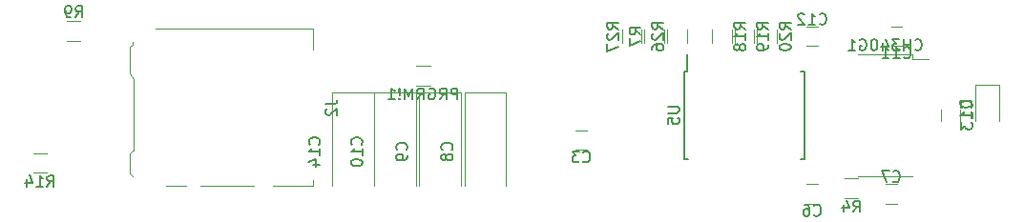
<source format=gbr>
G04 #@! TF.FileFunction,Legend,Bot*
%FSLAX46Y46*%
G04 Gerber Fmt 4.6, Leading zero omitted, Abs format (unit mm)*
G04 Created by KiCad (PCBNEW 4.0.7) date 01/21/18 20:58:22*
%MOMM*%
%LPD*%
G01*
G04 APERTURE LIST*
%ADD10C,0.100000*%
%ADD11C,0.120000*%
%ADD12C,0.150000*%
G04 APERTURE END LIST*
D10*
D11*
X150000000Y-47100000D02*
X149000000Y-47100000D01*
X149000000Y-45400000D02*
X150000000Y-45400000D01*
X170500000Y-51850000D02*
X169500000Y-51850000D01*
X169500000Y-50150000D02*
X170500000Y-50150000D01*
X176500000Y-50150000D02*
X177500000Y-50150000D01*
X177500000Y-51850000D02*
X176500000Y-51850000D01*
X139150000Y-41950000D02*
X139150000Y-50250000D01*
X142850000Y-41950000D02*
X142850000Y-50250000D01*
X139150000Y-41950000D02*
X142850000Y-41950000D01*
X135150000Y-41950000D02*
X135150000Y-50250000D01*
X138850000Y-41950000D02*
X138850000Y-50250000D01*
X135150000Y-41950000D02*
X138850000Y-41950000D01*
X131150000Y-41950000D02*
X131150000Y-50250000D01*
X134850000Y-41950000D02*
X134850000Y-50250000D01*
X131150000Y-41950000D02*
X134850000Y-41950000D01*
X178000000Y-37850000D02*
X177000000Y-37850000D01*
X177000000Y-36150000D02*
X178000000Y-36150000D01*
X169500000Y-36150000D02*
X170500000Y-36150000D01*
X170500000Y-37850000D02*
X169500000Y-37850000D01*
X183100000Y-43500000D02*
X183100000Y-44500000D01*
X181400000Y-44500000D02*
X181400000Y-43500000D01*
X127400000Y-41950000D02*
X127400000Y-50250000D01*
X131100000Y-41950000D02*
X131100000Y-50250000D01*
X127400000Y-41950000D02*
X131100000Y-41950000D01*
X178900000Y-38600000D02*
X178900000Y-39000000D01*
X178900000Y-39000000D02*
X180300000Y-39000000D01*
X178900000Y-38600000D02*
X174100000Y-38600000D01*
X178900000Y-49400000D02*
X174100000Y-49400000D01*
X184440000Y-41300000D02*
X186560000Y-41300000D01*
X184440000Y-44500000D02*
X184440000Y-41300000D01*
X186560000Y-41300000D02*
X186560000Y-44500000D01*
X109490000Y-40270000D02*
X109840000Y-40780000D01*
X109690000Y-37760000D02*
X109690000Y-37500000D01*
X109490000Y-37960000D02*
X109690000Y-37760000D01*
X109490000Y-47360000D02*
X109690000Y-47150000D01*
X109840000Y-47150000D02*
X109690000Y-47150000D01*
X109840000Y-47150000D02*
X109840000Y-40780000D01*
X114450000Y-50250000D02*
X112650000Y-50250000D01*
X120450000Y-50250000D02*
X115750000Y-50250000D01*
X109490000Y-49220000D02*
X109690000Y-49420000D01*
X109490000Y-49220000D02*
X109490000Y-47360000D01*
X109490000Y-37960000D02*
X109490000Y-40270000D01*
X125760000Y-50250000D02*
X122150000Y-50250000D01*
X125760000Y-49800000D02*
X125760000Y-50250000D01*
X125760000Y-36280000D02*
X111750000Y-36280000D01*
X125760000Y-38200000D02*
X125760000Y-36280000D01*
X136100000Y-39620000D02*
X134900000Y-39620000D01*
X134900000Y-41380000D02*
X136100000Y-41380000D01*
X174100000Y-49620000D02*
X172900000Y-49620000D01*
X172900000Y-51380000D02*
X174100000Y-51380000D01*
X156880000Y-37600000D02*
X156880000Y-36400000D01*
X155120000Y-36400000D02*
X155120000Y-37600000D01*
X103900000Y-37380000D02*
X105100000Y-37380000D01*
X105100000Y-35620000D02*
X103900000Y-35620000D01*
X102100000Y-47370000D02*
X100900000Y-47370000D01*
X100900000Y-49130000D02*
X102100000Y-49130000D01*
X161118660Y-36400180D02*
X161118660Y-37600180D01*
X162878660Y-37600180D02*
X162878660Y-36400180D01*
X163117640Y-36400180D02*
X163117640Y-37600180D01*
X164877640Y-37600180D02*
X164877640Y-36400180D01*
X165120000Y-36400000D02*
X165120000Y-37600000D01*
X166880000Y-37600000D02*
X166880000Y-36400000D01*
X158880000Y-37600000D02*
X158880000Y-36400000D01*
X157120000Y-36400000D02*
X157120000Y-37600000D01*
X154880000Y-37600000D02*
X154880000Y-36400000D01*
X153120000Y-36400000D02*
X153120000Y-37600000D01*
D12*
X158675000Y-40125000D02*
X158950000Y-40125000D01*
X158675000Y-47875000D02*
X159030000Y-47875000D01*
X169325000Y-47875000D02*
X168970000Y-47875000D01*
X169325000Y-40125000D02*
X168970000Y-40125000D01*
X158675000Y-40125000D02*
X158675000Y-47875000D01*
X169325000Y-40125000D02*
X169325000Y-47875000D01*
X158950000Y-40125000D02*
X158950000Y-38600000D01*
X149666666Y-48107143D02*
X149714285Y-48154762D01*
X149857142Y-48202381D01*
X149952380Y-48202381D01*
X150095238Y-48154762D01*
X150190476Y-48059524D01*
X150238095Y-47964286D01*
X150285714Y-47773810D01*
X150285714Y-47630952D01*
X150238095Y-47440476D01*
X150190476Y-47345238D01*
X150095238Y-47250000D01*
X149952380Y-47202381D01*
X149857142Y-47202381D01*
X149714285Y-47250000D01*
X149666666Y-47297619D01*
X149333333Y-47202381D02*
X148714285Y-47202381D01*
X149047619Y-47583333D01*
X148904761Y-47583333D01*
X148809523Y-47630952D01*
X148761904Y-47678571D01*
X148714285Y-47773810D01*
X148714285Y-48011905D01*
X148761904Y-48107143D01*
X148809523Y-48154762D01*
X148904761Y-48202381D01*
X149190476Y-48202381D01*
X149285714Y-48154762D01*
X149333333Y-48107143D01*
X170166666Y-52857143D02*
X170214285Y-52904762D01*
X170357142Y-52952381D01*
X170452380Y-52952381D01*
X170595238Y-52904762D01*
X170690476Y-52809524D01*
X170738095Y-52714286D01*
X170785714Y-52523810D01*
X170785714Y-52380952D01*
X170738095Y-52190476D01*
X170690476Y-52095238D01*
X170595238Y-52000000D01*
X170452380Y-51952381D01*
X170357142Y-51952381D01*
X170214285Y-52000000D01*
X170166666Y-52047619D01*
X169309523Y-51952381D02*
X169500000Y-51952381D01*
X169595238Y-52000000D01*
X169642857Y-52047619D01*
X169738095Y-52190476D01*
X169785714Y-52380952D01*
X169785714Y-52761905D01*
X169738095Y-52857143D01*
X169690476Y-52904762D01*
X169595238Y-52952381D01*
X169404761Y-52952381D01*
X169309523Y-52904762D01*
X169261904Y-52857143D01*
X169214285Y-52761905D01*
X169214285Y-52523810D01*
X169261904Y-52428571D01*
X169309523Y-52380952D01*
X169404761Y-52333333D01*
X169595238Y-52333333D01*
X169690476Y-52380952D01*
X169738095Y-52428571D01*
X169785714Y-52523810D01*
X177166666Y-49857143D02*
X177214285Y-49904762D01*
X177357142Y-49952381D01*
X177452380Y-49952381D01*
X177595238Y-49904762D01*
X177690476Y-49809524D01*
X177738095Y-49714286D01*
X177785714Y-49523810D01*
X177785714Y-49380952D01*
X177738095Y-49190476D01*
X177690476Y-49095238D01*
X177595238Y-49000000D01*
X177452380Y-48952381D01*
X177357142Y-48952381D01*
X177214285Y-49000000D01*
X177166666Y-49047619D01*
X176833333Y-48952381D02*
X176166666Y-48952381D01*
X176595238Y-49952381D01*
X138007143Y-47083334D02*
X138054762Y-47035715D01*
X138102381Y-46892858D01*
X138102381Y-46797620D01*
X138054762Y-46654762D01*
X137959524Y-46559524D01*
X137864286Y-46511905D01*
X137673810Y-46464286D01*
X137530952Y-46464286D01*
X137340476Y-46511905D01*
X137245238Y-46559524D01*
X137150000Y-46654762D01*
X137102381Y-46797620D01*
X137102381Y-46892858D01*
X137150000Y-47035715D01*
X137197619Y-47083334D01*
X137530952Y-47654762D02*
X137483333Y-47559524D01*
X137435714Y-47511905D01*
X137340476Y-47464286D01*
X137292857Y-47464286D01*
X137197619Y-47511905D01*
X137150000Y-47559524D01*
X137102381Y-47654762D01*
X137102381Y-47845239D01*
X137150000Y-47940477D01*
X137197619Y-47988096D01*
X137292857Y-48035715D01*
X137340476Y-48035715D01*
X137435714Y-47988096D01*
X137483333Y-47940477D01*
X137530952Y-47845239D01*
X137530952Y-47654762D01*
X137578571Y-47559524D01*
X137626190Y-47511905D01*
X137721429Y-47464286D01*
X137911905Y-47464286D01*
X138007143Y-47511905D01*
X138054762Y-47559524D01*
X138102381Y-47654762D01*
X138102381Y-47845239D01*
X138054762Y-47940477D01*
X138007143Y-47988096D01*
X137911905Y-48035715D01*
X137721429Y-48035715D01*
X137626190Y-47988096D01*
X137578571Y-47940477D01*
X137530952Y-47845239D01*
X134007143Y-47083334D02*
X134054762Y-47035715D01*
X134102381Y-46892858D01*
X134102381Y-46797620D01*
X134054762Y-46654762D01*
X133959524Y-46559524D01*
X133864286Y-46511905D01*
X133673810Y-46464286D01*
X133530952Y-46464286D01*
X133340476Y-46511905D01*
X133245238Y-46559524D01*
X133150000Y-46654762D01*
X133102381Y-46797620D01*
X133102381Y-46892858D01*
X133150000Y-47035715D01*
X133197619Y-47083334D01*
X134102381Y-47559524D02*
X134102381Y-47750000D01*
X134054762Y-47845239D01*
X134007143Y-47892858D01*
X133864286Y-47988096D01*
X133673810Y-48035715D01*
X133292857Y-48035715D01*
X133197619Y-47988096D01*
X133150000Y-47940477D01*
X133102381Y-47845239D01*
X133102381Y-47654762D01*
X133150000Y-47559524D01*
X133197619Y-47511905D01*
X133292857Y-47464286D01*
X133530952Y-47464286D01*
X133626190Y-47511905D01*
X133673810Y-47559524D01*
X133721429Y-47654762D01*
X133721429Y-47845239D01*
X133673810Y-47940477D01*
X133626190Y-47988096D01*
X133530952Y-48035715D01*
X130007143Y-46607143D02*
X130054762Y-46559524D01*
X130102381Y-46416667D01*
X130102381Y-46321429D01*
X130054762Y-46178571D01*
X129959524Y-46083333D01*
X129864286Y-46035714D01*
X129673810Y-45988095D01*
X129530952Y-45988095D01*
X129340476Y-46035714D01*
X129245238Y-46083333D01*
X129150000Y-46178571D01*
X129102381Y-46321429D01*
X129102381Y-46416667D01*
X129150000Y-46559524D01*
X129197619Y-46607143D01*
X130102381Y-47559524D02*
X130102381Y-46988095D01*
X130102381Y-47273809D02*
X129102381Y-47273809D01*
X129245238Y-47178571D01*
X129340476Y-47083333D01*
X129388095Y-46988095D01*
X129102381Y-48178571D02*
X129102381Y-48273810D01*
X129150000Y-48369048D01*
X129197619Y-48416667D01*
X129292857Y-48464286D01*
X129483333Y-48511905D01*
X129721429Y-48511905D01*
X129911905Y-48464286D01*
X130007143Y-48416667D01*
X130054762Y-48369048D01*
X130102381Y-48273810D01*
X130102381Y-48178571D01*
X130054762Y-48083333D01*
X130007143Y-48035714D01*
X129911905Y-47988095D01*
X129721429Y-47940476D01*
X129483333Y-47940476D01*
X129292857Y-47988095D01*
X129197619Y-48035714D01*
X129150000Y-48083333D01*
X129102381Y-48178571D01*
X178142857Y-38857143D02*
X178190476Y-38904762D01*
X178333333Y-38952381D01*
X178428571Y-38952381D01*
X178571429Y-38904762D01*
X178666667Y-38809524D01*
X178714286Y-38714286D01*
X178761905Y-38523810D01*
X178761905Y-38380952D01*
X178714286Y-38190476D01*
X178666667Y-38095238D01*
X178571429Y-38000000D01*
X178428571Y-37952381D01*
X178333333Y-37952381D01*
X178190476Y-38000000D01*
X178142857Y-38047619D01*
X177190476Y-38952381D02*
X177761905Y-38952381D01*
X177476191Y-38952381D02*
X177476191Y-37952381D01*
X177571429Y-38095238D01*
X177666667Y-38190476D01*
X177761905Y-38238095D01*
X176238095Y-38952381D02*
X176809524Y-38952381D01*
X176523810Y-38952381D02*
X176523810Y-37952381D01*
X176619048Y-38095238D01*
X176714286Y-38190476D01*
X176809524Y-38238095D01*
X170642857Y-35857143D02*
X170690476Y-35904762D01*
X170833333Y-35952381D01*
X170928571Y-35952381D01*
X171071429Y-35904762D01*
X171166667Y-35809524D01*
X171214286Y-35714286D01*
X171261905Y-35523810D01*
X171261905Y-35380952D01*
X171214286Y-35190476D01*
X171166667Y-35095238D01*
X171071429Y-35000000D01*
X170928571Y-34952381D01*
X170833333Y-34952381D01*
X170690476Y-35000000D01*
X170642857Y-35047619D01*
X169690476Y-35952381D02*
X170261905Y-35952381D01*
X169976191Y-35952381D02*
X169976191Y-34952381D01*
X170071429Y-35095238D01*
X170166667Y-35190476D01*
X170261905Y-35238095D01*
X169309524Y-35047619D02*
X169261905Y-35000000D01*
X169166667Y-34952381D01*
X168928571Y-34952381D01*
X168833333Y-35000000D01*
X168785714Y-35047619D01*
X168738095Y-35142857D01*
X168738095Y-35238095D01*
X168785714Y-35380952D01*
X169357143Y-35952381D01*
X168738095Y-35952381D01*
X184107143Y-43357143D02*
X184154762Y-43309524D01*
X184202381Y-43166667D01*
X184202381Y-43071429D01*
X184154762Y-42928571D01*
X184059524Y-42833333D01*
X183964286Y-42785714D01*
X183773810Y-42738095D01*
X183630952Y-42738095D01*
X183440476Y-42785714D01*
X183345238Y-42833333D01*
X183250000Y-42928571D01*
X183202381Y-43071429D01*
X183202381Y-43166667D01*
X183250000Y-43309524D01*
X183297619Y-43357143D01*
X184202381Y-44309524D02*
X184202381Y-43738095D01*
X184202381Y-44023809D02*
X183202381Y-44023809D01*
X183345238Y-43928571D01*
X183440476Y-43833333D01*
X183488095Y-43738095D01*
X183202381Y-44642857D02*
X183202381Y-45261905D01*
X183583333Y-44928571D01*
X183583333Y-45071429D01*
X183630952Y-45166667D01*
X183678571Y-45214286D01*
X183773810Y-45261905D01*
X184011905Y-45261905D01*
X184107143Y-45214286D01*
X184154762Y-45166667D01*
X184202381Y-45071429D01*
X184202381Y-44785714D01*
X184154762Y-44690476D01*
X184107143Y-44642857D01*
X126257143Y-46607143D02*
X126304762Y-46559524D01*
X126352381Y-46416667D01*
X126352381Y-46321429D01*
X126304762Y-46178571D01*
X126209524Y-46083333D01*
X126114286Y-46035714D01*
X125923810Y-45988095D01*
X125780952Y-45988095D01*
X125590476Y-46035714D01*
X125495238Y-46083333D01*
X125400000Y-46178571D01*
X125352381Y-46321429D01*
X125352381Y-46416667D01*
X125400000Y-46559524D01*
X125447619Y-46607143D01*
X126352381Y-47559524D02*
X126352381Y-46988095D01*
X126352381Y-47273809D02*
X125352381Y-47273809D01*
X125495238Y-47178571D01*
X125590476Y-47083333D01*
X125638095Y-46988095D01*
X125685714Y-48416667D02*
X126352381Y-48416667D01*
X125304762Y-48178571D02*
X126019048Y-47940476D01*
X126019048Y-48559524D01*
X179119047Y-38157143D02*
X179166666Y-38204762D01*
X179309523Y-38252381D01*
X179404761Y-38252381D01*
X179547619Y-38204762D01*
X179642857Y-38109524D01*
X179690476Y-38014286D01*
X179738095Y-37823810D01*
X179738095Y-37680952D01*
X179690476Y-37490476D01*
X179642857Y-37395238D01*
X179547619Y-37300000D01*
X179404761Y-37252381D01*
X179309523Y-37252381D01*
X179166666Y-37300000D01*
X179119047Y-37347619D01*
X178690476Y-38252381D02*
X178690476Y-37252381D01*
X178690476Y-37728571D02*
X178119047Y-37728571D01*
X178119047Y-38252381D02*
X178119047Y-37252381D01*
X177738095Y-37252381D02*
X177119047Y-37252381D01*
X177452381Y-37633333D01*
X177309523Y-37633333D01*
X177214285Y-37680952D01*
X177166666Y-37728571D01*
X177119047Y-37823810D01*
X177119047Y-38061905D01*
X177166666Y-38157143D01*
X177214285Y-38204762D01*
X177309523Y-38252381D01*
X177595238Y-38252381D01*
X177690476Y-38204762D01*
X177738095Y-38157143D01*
X176261904Y-37585714D02*
X176261904Y-38252381D01*
X176500000Y-37204762D02*
X176738095Y-37919048D01*
X176119047Y-37919048D01*
X175547619Y-37252381D02*
X175452380Y-37252381D01*
X175357142Y-37300000D01*
X175309523Y-37347619D01*
X175261904Y-37442857D01*
X175214285Y-37633333D01*
X175214285Y-37871429D01*
X175261904Y-38061905D01*
X175309523Y-38157143D01*
X175357142Y-38204762D01*
X175452380Y-38252381D01*
X175547619Y-38252381D01*
X175642857Y-38204762D01*
X175690476Y-38157143D01*
X175738095Y-38061905D01*
X175785714Y-37871429D01*
X175785714Y-37633333D01*
X175738095Y-37442857D01*
X175690476Y-37347619D01*
X175642857Y-37300000D01*
X175547619Y-37252381D01*
X174261904Y-37300000D02*
X174357142Y-37252381D01*
X174499999Y-37252381D01*
X174642857Y-37300000D01*
X174738095Y-37395238D01*
X174785714Y-37490476D01*
X174833333Y-37680952D01*
X174833333Y-37823810D01*
X174785714Y-38014286D01*
X174738095Y-38109524D01*
X174642857Y-38204762D01*
X174499999Y-38252381D01*
X174404761Y-38252381D01*
X174261904Y-38204762D01*
X174214285Y-38157143D01*
X174214285Y-37823810D01*
X174404761Y-37823810D01*
X173261904Y-38252381D02*
X173833333Y-38252381D01*
X173547619Y-38252381D02*
X173547619Y-37252381D01*
X173642857Y-37395238D01*
X173738095Y-37490476D01*
X173833333Y-37538095D01*
X184152381Y-42761905D02*
X183152381Y-42761905D01*
X183152381Y-43000000D01*
X183200000Y-43142858D01*
X183295238Y-43238096D01*
X183390476Y-43285715D01*
X183580952Y-43333334D01*
X183723810Y-43333334D01*
X183914286Y-43285715D01*
X184009524Y-43238096D01*
X184104762Y-43142858D01*
X184152381Y-43000000D01*
X184152381Y-42761905D01*
X184152381Y-44285715D02*
X184152381Y-43714286D01*
X184152381Y-44000000D02*
X183152381Y-44000000D01*
X183295238Y-43904762D01*
X183390476Y-43809524D01*
X183438095Y-43714286D01*
X126852381Y-43016667D02*
X127566667Y-43016667D01*
X127709524Y-42969047D01*
X127804762Y-42873809D01*
X127852381Y-42730952D01*
X127852381Y-42635714D01*
X126947619Y-43445238D02*
X126900000Y-43492857D01*
X126852381Y-43588095D01*
X126852381Y-43826191D01*
X126900000Y-43921429D01*
X126947619Y-43969048D01*
X127042857Y-44016667D01*
X127138095Y-44016667D01*
X127280952Y-43969048D01*
X127852381Y-43397619D01*
X127852381Y-44016667D01*
X138547619Y-42602381D02*
X138547619Y-41602381D01*
X138166666Y-41602381D01*
X138071428Y-41650000D01*
X138023809Y-41697619D01*
X137976190Y-41792857D01*
X137976190Y-41935714D01*
X138023809Y-42030952D01*
X138071428Y-42078571D01*
X138166666Y-42126190D01*
X138547619Y-42126190D01*
X136976190Y-42602381D02*
X137309524Y-42126190D01*
X137547619Y-42602381D02*
X137547619Y-41602381D01*
X137166666Y-41602381D01*
X137071428Y-41650000D01*
X137023809Y-41697619D01*
X136976190Y-41792857D01*
X136976190Y-41935714D01*
X137023809Y-42030952D01*
X137071428Y-42078571D01*
X137166666Y-42126190D01*
X137547619Y-42126190D01*
X136023809Y-41650000D02*
X136119047Y-41602381D01*
X136261904Y-41602381D01*
X136404762Y-41650000D01*
X136500000Y-41745238D01*
X136547619Y-41840476D01*
X136595238Y-42030952D01*
X136595238Y-42173810D01*
X136547619Y-42364286D01*
X136500000Y-42459524D01*
X136404762Y-42554762D01*
X136261904Y-42602381D01*
X136166666Y-42602381D01*
X136023809Y-42554762D01*
X135976190Y-42507143D01*
X135976190Y-42173810D01*
X136166666Y-42173810D01*
X134976190Y-42602381D02*
X135309524Y-42126190D01*
X135547619Y-42602381D02*
X135547619Y-41602381D01*
X135166666Y-41602381D01*
X135071428Y-41650000D01*
X135023809Y-41697619D01*
X134976190Y-41792857D01*
X134976190Y-41935714D01*
X135023809Y-42030952D01*
X135071428Y-42078571D01*
X135166666Y-42126190D01*
X135547619Y-42126190D01*
X134547619Y-42602381D02*
X134547619Y-41602381D01*
X134214285Y-42316667D01*
X133880952Y-41602381D01*
X133880952Y-42602381D01*
X133404762Y-42507143D02*
X133357143Y-42554762D01*
X133404762Y-42602381D01*
X133452381Y-42554762D01*
X133404762Y-42507143D01*
X133404762Y-42602381D01*
X133404762Y-42221429D02*
X133452381Y-41650000D01*
X133404762Y-41602381D01*
X133357143Y-41650000D01*
X133404762Y-42221429D01*
X133404762Y-41602381D01*
X132404762Y-42602381D02*
X132976191Y-42602381D01*
X132690477Y-42602381D02*
X132690477Y-41602381D01*
X132785715Y-41745238D01*
X132880953Y-41840476D01*
X132976191Y-41888095D01*
X173666666Y-52602381D02*
X174000000Y-52126190D01*
X174238095Y-52602381D02*
X174238095Y-51602381D01*
X173857142Y-51602381D01*
X173761904Y-51650000D01*
X173714285Y-51697619D01*
X173666666Y-51792857D01*
X173666666Y-51935714D01*
X173714285Y-52030952D01*
X173761904Y-52078571D01*
X173857142Y-52126190D01*
X174238095Y-52126190D01*
X172809523Y-51935714D02*
X172809523Y-52602381D01*
X173047619Y-51554762D02*
X173285714Y-52269048D01*
X172666666Y-52269048D01*
X154802381Y-36833334D02*
X154326190Y-36500000D01*
X154802381Y-36261905D02*
X153802381Y-36261905D01*
X153802381Y-36642858D01*
X153850000Y-36738096D01*
X153897619Y-36785715D01*
X153992857Y-36833334D01*
X154135714Y-36833334D01*
X154230952Y-36785715D01*
X154278571Y-36738096D01*
X154326190Y-36642858D01*
X154326190Y-36261905D01*
X153802381Y-37166667D02*
X153802381Y-37833334D01*
X154802381Y-37404762D01*
X104666666Y-35302381D02*
X105000000Y-34826190D01*
X105238095Y-35302381D02*
X105238095Y-34302381D01*
X104857142Y-34302381D01*
X104761904Y-34350000D01*
X104714285Y-34397619D01*
X104666666Y-34492857D01*
X104666666Y-34635714D01*
X104714285Y-34730952D01*
X104761904Y-34778571D01*
X104857142Y-34826190D01*
X105238095Y-34826190D01*
X104190476Y-35302381D02*
X104000000Y-35302381D01*
X103904761Y-35254762D01*
X103857142Y-35207143D01*
X103761904Y-35064286D01*
X103714285Y-34873810D01*
X103714285Y-34492857D01*
X103761904Y-34397619D01*
X103809523Y-34350000D01*
X103904761Y-34302381D01*
X104095238Y-34302381D01*
X104190476Y-34350000D01*
X104238095Y-34397619D01*
X104285714Y-34492857D01*
X104285714Y-34730952D01*
X104238095Y-34826190D01*
X104190476Y-34873810D01*
X104095238Y-34921429D01*
X103904761Y-34921429D01*
X103809523Y-34873810D01*
X103761904Y-34826190D01*
X103714285Y-34730952D01*
X102142857Y-50352381D02*
X102476191Y-49876190D01*
X102714286Y-50352381D02*
X102714286Y-49352381D01*
X102333333Y-49352381D01*
X102238095Y-49400000D01*
X102190476Y-49447619D01*
X102142857Y-49542857D01*
X102142857Y-49685714D01*
X102190476Y-49780952D01*
X102238095Y-49828571D01*
X102333333Y-49876190D01*
X102714286Y-49876190D01*
X101190476Y-50352381D02*
X101761905Y-50352381D01*
X101476191Y-50352381D02*
X101476191Y-49352381D01*
X101571429Y-49495238D01*
X101666667Y-49590476D01*
X101761905Y-49638095D01*
X100333333Y-49685714D02*
X100333333Y-50352381D01*
X100571429Y-49304762D02*
X100809524Y-50019048D01*
X100190476Y-50019048D01*
X164101041Y-36357323D02*
X163624850Y-36023989D01*
X164101041Y-35785894D02*
X163101041Y-35785894D01*
X163101041Y-36166847D01*
X163148660Y-36262085D01*
X163196279Y-36309704D01*
X163291517Y-36357323D01*
X163434374Y-36357323D01*
X163529612Y-36309704D01*
X163577231Y-36262085D01*
X163624850Y-36166847D01*
X163624850Y-35785894D01*
X164101041Y-37309704D02*
X164101041Y-36738275D01*
X164101041Y-37023989D02*
X163101041Y-37023989D01*
X163243898Y-36928751D01*
X163339136Y-36833513D01*
X163386755Y-36738275D01*
X163529612Y-37881132D02*
X163481993Y-37785894D01*
X163434374Y-37738275D01*
X163339136Y-37690656D01*
X163291517Y-37690656D01*
X163196279Y-37738275D01*
X163148660Y-37785894D01*
X163101041Y-37881132D01*
X163101041Y-38071609D01*
X163148660Y-38166847D01*
X163196279Y-38214466D01*
X163291517Y-38262085D01*
X163339136Y-38262085D01*
X163434374Y-38214466D01*
X163481993Y-38166847D01*
X163529612Y-38071609D01*
X163529612Y-37881132D01*
X163577231Y-37785894D01*
X163624850Y-37738275D01*
X163720089Y-37690656D01*
X163910565Y-37690656D01*
X164005803Y-37738275D01*
X164053422Y-37785894D01*
X164101041Y-37881132D01*
X164101041Y-38071609D01*
X164053422Y-38166847D01*
X164005803Y-38214466D01*
X163910565Y-38262085D01*
X163720089Y-38262085D01*
X163624850Y-38214466D01*
X163577231Y-38166847D01*
X163529612Y-38071609D01*
X166100021Y-36357323D02*
X165623830Y-36023989D01*
X166100021Y-35785894D02*
X165100021Y-35785894D01*
X165100021Y-36166847D01*
X165147640Y-36262085D01*
X165195259Y-36309704D01*
X165290497Y-36357323D01*
X165433354Y-36357323D01*
X165528592Y-36309704D01*
X165576211Y-36262085D01*
X165623830Y-36166847D01*
X165623830Y-35785894D01*
X166100021Y-37309704D02*
X166100021Y-36738275D01*
X166100021Y-37023989D02*
X165100021Y-37023989D01*
X165242878Y-36928751D01*
X165338116Y-36833513D01*
X165385735Y-36738275D01*
X166100021Y-37785894D02*
X166100021Y-37976370D01*
X166052402Y-38071609D01*
X166004783Y-38119228D01*
X165861926Y-38214466D01*
X165671450Y-38262085D01*
X165290497Y-38262085D01*
X165195259Y-38214466D01*
X165147640Y-38166847D01*
X165100021Y-38071609D01*
X165100021Y-37881132D01*
X165147640Y-37785894D01*
X165195259Y-37738275D01*
X165290497Y-37690656D01*
X165528592Y-37690656D01*
X165623830Y-37738275D01*
X165671450Y-37785894D01*
X165719069Y-37881132D01*
X165719069Y-38071609D01*
X165671450Y-38166847D01*
X165623830Y-38214466D01*
X165528592Y-38262085D01*
X168102381Y-36357143D02*
X167626190Y-36023809D01*
X168102381Y-35785714D02*
X167102381Y-35785714D01*
X167102381Y-36166667D01*
X167150000Y-36261905D01*
X167197619Y-36309524D01*
X167292857Y-36357143D01*
X167435714Y-36357143D01*
X167530952Y-36309524D01*
X167578571Y-36261905D01*
X167626190Y-36166667D01*
X167626190Y-35785714D01*
X167197619Y-36738095D02*
X167150000Y-36785714D01*
X167102381Y-36880952D01*
X167102381Y-37119048D01*
X167150000Y-37214286D01*
X167197619Y-37261905D01*
X167292857Y-37309524D01*
X167388095Y-37309524D01*
X167530952Y-37261905D01*
X168102381Y-36690476D01*
X168102381Y-37309524D01*
X167102381Y-37928571D02*
X167102381Y-38023810D01*
X167150000Y-38119048D01*
X167197619Y-38166667D01*
X167292857Y-38214286D01*
X167483333Y-38261905D01*
X167721429Y-38261905D01*
X167911905Y-38214286D01*
X168007143Y-38166667D01*
X168054762Y-38119048D01*
X168102381Y-38023810D01*
X168102381Y-37928571D01*
X168054762Y-37833333D01*
X168007143Y-37785714D01*
X167911905Y-37738095D01*
X167721429Y-37690476D01*
X167483333Y-37690476D01*
X167292857Y-37738095D01*
X167197619Y-37785714D01*
X167150000Y-37833333D01*
X167102381Y-37928571D01*
X156802381Y-36357143D02*
X156326190Y-36023809D01*
X156802381Y-35785714D02*
X155802381Y-35785714D01*
X155802381Y-36166667D01*
X155850000Y-36261905D01*
X155897619Y-36309524D01*
X155992857Y-36357143D01*
X156135714Y-36357143D01*
X156230952Y-36309524D01*
X156278571Y-36261905D01*
X156326190Y-36166667D01*
X156326190Y-35785714D01*
X155897619Y-36738095D02*
X155850000Y-36785714D01*
X155802381Y-36880952D01*
X155802381Y-37119048D01*
X155850000Y-37214286D01*
X155897619Y-37261905D01*
X155992857Y-37309524D01*
X156088095Y-37309524D01*
X156230952Y-37261905D01*
X156802381Y-36690476D01*
X156802381Y-37309524D01*
X155802381Y-38166667D02*
X155802381Y-37976190D01*
X155850000Y-37880952D01*
X155897619Y-37833333D01*
X156040476Y-37738095D01*
X156230952Y-37690476D01*
X156611905Y-37690476D01*
X156707143Y-37738095D01*
X156754762Y-37785714D01*
X156802381Y-37880952D01*
X156802381Y-38071429D01*
X156754762Y-38166667D01*
X156707143Y-38214286D01*
X156611905Y-38261905D01*
X156373810Y-38261905D01*
X156278571Y-38214286D01*
X156230952Y-38166667D01*
X156183333Y-38071429D01*
X156183333Y-37880952D01*
X156230952Y-37785714D01*
X156278571Y-37738095D01*
X156373810Y-37690476D01*
X152802381Y-36357143D02*
X152326190Y-36023809D01*
X152802381Y-35785714D02*
X151802381Y-35785714D01*
X151802381Y-36166667D01*
X151850000Y-36261905D01*
X151897619Y-36309524D01*
X151992857Y-36357143D01*
X152135714Y-36357143D01*
X152230952Y-36309524D01*
X152278571Y-36261905D01*
X152326190Y-36166667D01*
X152326190Y-35785714D01*
X151897619Y-36738095D02*
X151850000Y-36785714D01*
X151802381Y-36880952D01*
X151802381Y-37119048D01*
X151850000Y-37214286D01*
X151897619Y-37261905D01*
X151992857Y-37309524D01*
X152088095Y-37309524D01*
X152230952Y-37261905D01*
X152802381Y-36690476D01*
X152802381Y-37309524D01*
X151802381Y-37642857D02*
X151802381Y-38309524D01*
X152802381Y-37880952D01*
X157202381Y-43238095D02*
X158011905Y-43238095D01*
X158107143Y-43285714D01*
X158154762Y-43333333D01*
X158202381Y-43428571D01*
X158202381Y-43619048D01*
X158154762Y-43714286D01*
X158107143Y-43761905D01*
X158011905Y-43809524D01*
X157202381Y-43809524D01*
X157202381Y-44761905D02*
X157202381Y-44285714D01*
X157678571Y-44238095D01*
X157630952Y-44285714D01*
X157583333Y-44380952D01*
X157583333Y-44619048D01*
X157630952Y-44714286D01*
X157678571Y-44761905D01*
X157773810Y-44809524D01*
X158011905Y-44809524D01*
X158107143Y-44761905D01*
X158154762Y-44714286D01*
X158202381Y-44619048D01*
X158202381Y-44380952D01*
X158154762Y-44285714D01*
X158107143Y-44238095D01*
M02*

</source>
